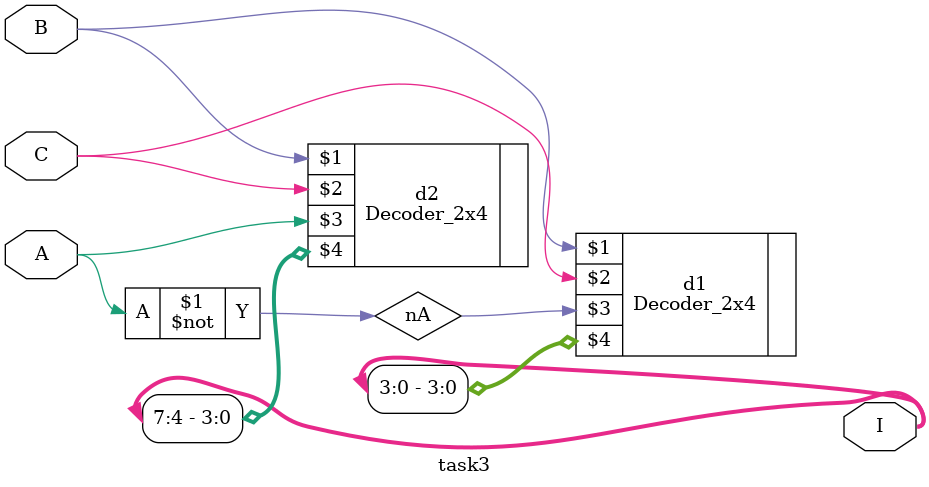
<source format=v>
module task3(A, B, C, I);

	input A;
	input B;
	input C;
	output [7:0]I;

	wire nA;
	
	not n1(nA, A);

	Decoder_2x4 d1(B, C, nA, {I[3], I[2], I[1], I[0]});
	Decoder_2x4 d2(B, C, A, {I[7], I[6], I[5], I[4]});

endmodule


</source>
